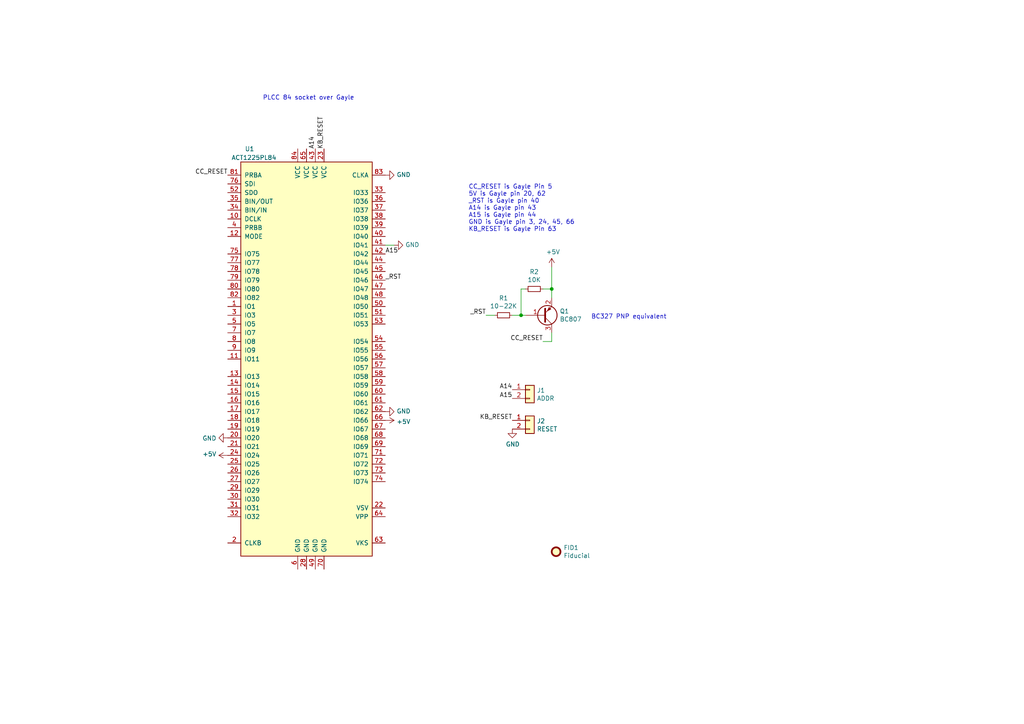
<source format=kicad_sch>
(kicad_sch (version 20211123) (generator eeschema)
  (paper "A4")
  (title_block (title "A1200PcmciaResetFix") (company "FLACO 2020, licence of this schematic is CC-BY-NC-SA"))
  (lib_symbols
    (symbol "Connector_Generic:Conn_01x02" (pin_names (offset 1.016) hide)
      (property "Reference" "J" (at 0 2.54 0))
      (property "Value" "Conn_01x02" (at 0 -5.08 0))
      (symbol "Conn_01x02_1_1"
        (rectangle (start -1.27 -2.413) (end 0 -2.667) (stroke (width 0.1524)))
        (rectangle (start -1.27 0.127) (end 0 -0.127) (stroke (width 0.1524)))
        (rectangle (start -1.27 1.27) (end 1.27 -3.81) (stroke (width 0.254)) (fill (type background)))
        (pin passive line (at -5.08 0 0) (length 3.81) (name "Pin_1") (number "1"))
        (pin passive line (at -5.08 -2.54 0) (length 3.81) (name "Pin_2") (number "2"))
      )
    )
    (symbol "Device:R_Small" (pin_numbers hide) (pin_names (offset 0.254) hide)
      (property "Reference" "R" (at 0.762 0.508 0))
      (property "Value" "R_Small" (at 0.762 -1.016 0))
      (symbol "R_Small_0_1"
        (rectangle (start -0.762 1.778) (end 0.762 -1.778) (stroke (width 0.2032)))
      )
      (symbol "R_Small_1_1"
        (pin passive line (at 0 2.54 270) (length 0.762) (name "~") (number "1"))
        (pin passive line (at 0 -2.54 90) (length 0.762) (name "~") (number "2"))
      )
    )
    (symbol "FPGA_Microsemi:ACT1225PL84" (pin_names (offset 1.016))
      (property "Reference" "U" (at 10.16 63.5 0))
      (property "Value" "ACT1225PL84" (at 10.16 60.96 0))
      (symbol "ACT1225PL84_0_1"
        (rectangle (start -19.05 -57.15) (end 19.05 57.15) (stroke (width 0.254)) (fill (type background)))
      )
      (symbol "ACT1225PL84_1_1"
        (pin input line (at -22.86 15.24 0) (length 3.81) (name "IO1") (number "1"))
        (pin input line (at -22.86 40.64 0) (length 3.81) (name "DCLK") (number "10"))
        (pin input line (at -22.86 0 0) (length 3.81) (name "IO11") (number "11"))
        (pin input line (at -22.86 35.56 0) (length 3.81) (name "MODE") (number "12"))
        (pin input line (at -22.86 -5.08 0) (length 3.81) (name "IO13") (number "13"))
        (pin input line (at -22.86 -7.62 0) (length 3.81) (name "IO14") (number "14"))
        (pin input line (at -22.86 -10.16 0) (length 3.81) (name "IO15") (number "15"))
        (pin input line (at -22.86 -12.7 0) (length 3.81) (name "IO16") (number "16"))
        (pin input line (at -22.86 -15.24 0) (length 3.81) (name "IO17") (number "17"))
        (pin input line (at -22.86 -17.78 0) (length 3.81) (name "IO18") (number "18"))
        (pin input line (at -22.86 -20.32 0) (length 3.81) (name "IO19") (number "19"))
        (pin input line (at -22.86 -53.34 0) (length 3.81) (name "CLKB") (number "2"))
        (pin input line (at -22.86 -22.86 0) (length 3.81) (name "IO20") (number "20"))
        (pin input line (at -22.86 -25.4 0) (length 3.81) (name "IO21") (number "21"))
        (pin passive line (at 22.86 -43.18 180) (length 3.81) (name "VSV") (number "22"))
        (pin power_in line (at 5.08 60.96 270) (length 3.81) (name "VCC") (number "23"))
        (pin input line (at -22.86 -27.94 0) (length 3.81) (name "IO24") (number "24"))
        (pin input line (at -22.86 -30.48 0) (length 3.81) (name "IO25") (number "25"))
        (pin input line (at -22.86 -33.02 0) (length 3.81) (name "IO26") (number "26"))
        (pin input line (at -22.86 -35.56 0) (length 3.81) (name "IO27") (number "27"))
        (pin power_in line (at 0 -60.96 90) (length 3.81) (name "GND") (number "28"))
        (pin input line (at -22.86 -38.1 0) (length 3.81) (name "IO29") (number "29"))
        (pin input line (at -22.86 12.7 0) (length 3.81) (name "IO3") (number "3"))
        (pin input line (at -22.86 -40.64 0) (length 3.81) (name "IO30") (number "30"))
        (pin input line (at -22.86 -43.18 0) (length 3.81) (name "IO31") (number "31"))
        (pin input line (at -22.86 -45.72 0) (length 3.81) (name "IO32") (number "32"))
        (pin input line (at 22.86 48.26 180) (length 3.81) (name "IO33") (number "33"))
        (pin input line (at -22.86 43.18 0) (length 3.81) (name "BIN/IN") (number "34"))
        (pin input line (at -22.86 45.72 0) (length 3.81) (name "BIN/OUT") (number "35"))
        (pin input line (at 22.86 45.72 180) (length 3.81) (name "IO36") (number "36"))
        (pin input line (at 22.86 43.18 180) (length 3.81) (name "IO37") (number "37"))
        (pin input line (at 22.86 40.64 180) (length 3.81) (name "IO38") (number "38"))
        (pin input line (at 22.86 38.1 180) (length 3.81) (name "IO39") (number "39"))
        (pin input line (at -22.86 38.1 0) (length 3.81) (name "PRBB") (number "4"))
        (pin input line (at 22.86 35.56 180) (length 3.81) (name "IO40") (number "40"))
        (pin input line (at 22.86 33.02 180) (length 3.81) (name "IO41") (number "41"))
        (pin input line (at 22.86 30.48 180) (length 3.81) (name "IO42") (number "42"))
        (pin power_in line (at 2.54 60.96 270) (length 3.81) (name "VCC") (number "43"))
        (pin input line (at 22.86 27.94 180) (length 3.81) (name "IO44") (number "44"))
        (pin input line (at 22.86 25.4 180) (length 3.81) (name "IO45") (number "45"))
        (pin input line (at 22.86 22.86 180) (length 3.81) (name "IO46") (number "46"))
        (pin input line (at 22.86 20.32 180) (length 3.81) (name "IO47") (number "47"))
        (pin input line (at 22.86 17.78 180) (length 3.81) (name "IO48") (number "48"))
        (pin power_in line (at 2.54 -60.96 90) (length 3.81) (name "GND") (number "49"))
        (pin input line (at -22.86 10.16 0) (length 3.81) (name "IO5") (number "5"))
        (pin input line (at 22.86 15.24 180) (length 3.81) (name "IO50") (number "50"))
        (pin input line (at 22.86 12.7 180) (length 3.81) (name "IO51") (number "51"))
        (pin input line (at -22.86 48.26 0) (length 3.81) (name "SDO") (number "52"))
        (pin input line (at 22.86 10.16 180) (length 3.81) (name "IO53") (number "53"))
        (pin input line (at 22.86 5.08 180) (length 3.81) (name "IO54") (number "54"))
        (pin input line (at 22.86 2.54 180) (length 3.81) (name "IO55") (number "55"))
        (pin input line (at 22.86 0 180) (length 3.81) (name "IO56") (number "56"))
        (pin input line (at 22.86 -2.54 180) (length 3.81) (name "IO57") (number "57"))
        (pin input line (at 22.86 -5.08 180) (length 3.81) (name "IO58") (number "58"))
        (pin input line (at 22.86 -7.62 180) (length 3.81) (name "IO59") (number "59"))
        (pin power_in line (at -2.54 -60.96 90) (length 3.81) (name "GND") (number "6"))
        (pin input line (at 22.86 -10.16 180) (length 3.81) (name "IO60") (number "60"))
        (pin input line (at 22.86 -12.7 180) (length 3.81) (name "IO61") (number "61"))
        (pin input line (at 22.86 -15.24 180) (length 3.81) (name "IO62") (number "62"))
        (pin passive line (at 22.86 -53.34 180) (length 3.81) (name "VKS") (number "63"))
        (pin passive line (at 22.86 -45.72 180) (length 3.81) (name "VPP") (number "64"))
        (pin power_in line (at 0 60.96 270) (length 3.81) (name "VCC") (number "65"))
        (pin input line (at 22.86 -17.78 180) (length 3.81) (name "IO66") (number "66"))
        (pin input line (at 22.86 -20.32 180) (length 3.81) (name "IO67") (number "67"))
        (pin input line (at 22.86 -22.86 180) (length 3.81) (name "IO68") (number "68"))
        (pin input line (at 22.86 -25.4 180) (length 3.81) (name "IO69") (number "69"))
        (pin input line (at -22.86 7.62 0) (length 3.81) (name "IO7") (number "7"))
        (pin power_in line (at 5.08 -60.96 90) (length 3.81) (name "GND") (number "70"))
        (pin input line (at 22.86 -27.94 180) (length 3.81) (name "IO71") (number "71"))
        (pin input line (at 22.86 -30.48 180) (length 3.81) (name "IO72") (number "72"))
        (pin input line (at 22.86 -33.02 180) (length 3.81) (name "IO73") (number "73"))
        (pin input line (at 22.86 -35.56 180) (length 3.81) (name "IO74") (number "74"))
        (pin input line (at -22.86 30.48 0) (length 3.81) (name "IO75") (number "75"))
        (pin input line (at -22.86 50.8 0) (length 3.81) (name "SDI") (number "76"))
        (pin input line (at -22.86 27.94 0) (length 3.81) (name "IO77") (number "77"))
        (pin input line (at -22.86 25.4 0) (length 3.81) (name "IO78") (number "78"))
        (pin input line (at -22.86 22.86 0) (length 3.81) (name "IO79") (number "79"))
        (pin input line (at -22.86 5.08 0) (length 3.81) (name "IO8") (number "8"))
        (pin input line (at -22.86 20.32 0) (length 3.81) (name "IO80") (number "80"))
        (pin input line (at -22.86 53.34 0) (length 3.81) (name "PRBA") (number "81"))
        (pin input line (at -22.86 17.78 0) (length 3.81) (name "IO82") (number "82"))
        (pin input line (at 22.86 53.34 180) (length 3.81) (name "CLKA") (number "83"))
        (pin power_in line (at -2.54 60.96 270) (length 3.81) (name "VCC") (number "84"))
        (pin input line (at -22.86 2.54 0) (length 3.81) (name "IO9") (number "9"))
      )
    )
    (symbol "Mechanical:Fiducial"
      (property "Reference" "FID" (at 0 5.08 0))
      (property "Value" "Fiducial" (at 0 3.175 0))
      (symbol "Fiducial_0_1"
        (circle (center 0 0) (radius 1.27) (stroke (width 0.508)) (fill (type background)))
      )
    )
    (symbol "Transistor_BJT:BC807" (pin_names (offset 0) hide)
      (property "Reference" "Q" (at 5.08 1.905 0))
      (property "Value" "BC807" (at 5.08 0 0))
      (symbol "BC807_0_1"
        (polyline (pts (xy 0.635 0.635) (xy 2.54 2.54)))
        (polyline (pts (xy 0.635 -0.635) (xy 2.54 -2.54) (xy 2.54 -2.54)))
        (polyline (pts (xy 0.635 1.905) (xy 0.635 -1.905) (xy 0.635 -1.905)) (stroke (width 0.508)))
        (polyline (pts (xy 2.286 -1.778) (xy 1.778 -2.286) (xy 1.27 -1.27) (xy 2.286 -1.778) (xy 2.286 -1.778)) (fill (type outline)))
        (circle (center 1.27 0) (radius 2.8194) (stroke (width 0.254)))
      )
      (symbol "BC807_1_1"
        (pin input line (at -5.08 0 0) (length 5.715) (name "B") (number "1"))
        (pin passive line (at 2.54 -5.08 90) (length 2.54) (name "E") (number "2"))
        (pin passive line (at 2.54 5.08 270) (length 2.54) (name "C") (number "3"))
      )
    )
    (symbol "power:+5V" (power) (pin_names (offset 0))
      (property "Value" "+5V" (at 0 3.556 0))
      (symbol "+5V_0_1"
        (polyline (pts (xy -0.762 1.27) (xy 0 2.54)))
        (polyline (pts (xy 0 0) (xy 0 2.54)))
        (polyline (pts (xy 0 2.54) (xy 0.762 1.27)))
      )
      (symbol "+5V_1_1"
        (pin power_in line (at 0 0 90) (length 0) hide (name "+5V") (number "1"))
      )
    )
    (symbol "power:GND" (power) (pin_names (offset 0))
      (property "Value" "GND" (at 0 -3.81 0))
      (symbol "GND_0_1"
        (polyline (pts (xy 0 0) (xy 0 -1.27) (xy 1.27 -1.27) (xy 0 -2.54) (xy -1.27 -1.27) (xy 0 -1.27)))
      )
      (symbol "GND_1_1"
        (pin power_in line (at 0 0 270) (length 0) hide (name "GND") (number "1"))
      )
    )
  )
  (junction (at 151.13 91.44))
  (junction (at 160.02 83.82))
  (wire (pts (xy 160.02 99.06) (xy 157.48 99.06)))
  (wire (pts (xy 151.13 83.82) (xy 151.13 91.44)))
  (wire (pts (xy 152.4 83.82) (xy 151.13 83.82)))
  (wire (pts (xy 160.02 83.82) (xy 160.02 77.47)))
  (wire (pts (xy 160.02 83.82) (xy 157.48 83.82)))
  (wire (pts (xy 160.02 83.82) (xy 160.02 86.36)))
  (wire (pts (xy 151.13 91.44) (xy 152.4 91.44)))
  (wire (pts (xy 143.51 91.44) (xy 140.97 91.44)))
  (wire (pts (xy 111.76 71.12) (xy 114.3 71.12)))
  (wire (pts (xy 148.59 91.44) (xy 151.13 91.44)))
  (wire (pts (xy 160.02 96.52) (xy 160.02 99.06)))
  (text "CC_RESET is Gayle Pin 5\n5V is Gayle pin 20, 62\n_RST is Gayle pin 40\nA14 is Gayle pin 43\nA15 is Gayle pin 44\nGND is Gayle pin 3, 24, 45, 66\nKB_RESET is Gayle Pin 63" (at 135.89 67.31 0) (effects (font (size 1.27 1.27)) (justify left bottom)))
  (text "BC327 PNP equivalent" (at 171.45 92.71 0) (effects (font (size 1.27 1.27)) (justify left bottom)))
  (text "PLCC 84 socket over Gayle" (at 76.2 29.21 0) (effects (font (size 1.27 1.27)) (justify left bottom)))
  (label "A14" (at 91.44 43.18 90))
  (label "A14" (at 148.59 113.03 180))
  (label "CC_RESET" (at 157.48 99.06 180))
  (label "CC_RESET" (at 66.04 50.8 180))
  (label "_RST" (at 111.76 81.28 0))
  (label "_RST" (at 140.97 91.44 180))
  (label "KB_RESET" (at 148.59 121.92 180))
  (label "A15" (at 111.76 73.66 0))
  (label "KB_RESET" (at 93.98 43.18 90))
  (label "A15" (at 148.59 115.57 180))
  (symbol (lib_id "FPGA_Microsemi:ACT1225PL84") (at 88.9 104.14 0) (unit 1)
    (property "Reference" "U1" (at 72.39 43.18 0))
    (property "Value" "ACT1225PL84" (at 73.66 45.72 0))
    (property "Footprint" "Package_LCC:PLCC-84_THT-Socket" (effects hide))
    (property "Datasheet" "https://www.microsemi.com/document-portal/doc_download/130666-act-1-series-fpgas-datasheet" (effects hide))
  )
  (symbol (lib_id "power:GND") (at 66.04 127 270) (unit 1)
    (property "Reference" "#PWR0101" (effects hide))
    (property "Value" "GND" (at 62.7888 127.127 90) (effects (justify right)))
  )
  (symbol (lib_id "power:+5V") (at 111.76 121.92 270) (unit 1)
    (property "Reference" "#PWR0102" (effects hide))
    (property "Value" "+5V" (at 115.0112 122.301 90) (effects (justify left)))
  )
  (symbol (lib_id "Device:R_Small") (at 146.05 91.44 270) (unit 1)
    (property "Reference" "R1" (at 146.05 86.4616 90))
    (property "Value" "10-22K" (at 146.05 88.773 90))
    (property "Footprint" "Resistor_SMD:R_0805_2012Metric" (effects hide))
  )
  (symbol (lib_id "Device:R_Small") (at 154.94 83.82 270) (unit 1)
    (property "Reference" "R2" (at 154.94 78.8416 90))
    (property "Value" "10K" (at 154.94 81.153 90))
    (property "Footprint" "Resistor_SMD:R_0805_2012Metric" (effects hide))
  )
  (symbol (lib_id "power:+5V") (at 160.02 77.47 0) (unit 1)
    (property "Reference" "#PWR0103" (effects hide))
    (property "Value" "+5V" (at 160.401 73.0758 0))
  )
  (symbol (lib_id "Transistor_BJT:BC807") (at 157.48 91.44 0) (mirror x) (unit 1)
    (property "Reference" "Q1" (at 162.3314 90.2716 0) (effects (justify left)))
    (property "Value" "BC807" (at 162.3314 92.583 0) (effects (justify left)))
    (property "Footprint" "Package_TO_SOT_SMD:SOT-23" (effects hide))
    (property "Datasheet" "http://www.fairchildsemi.com/ds/BC/BC807.pdf" (effects hide))
  )
  (symbol (lib_id "power:GND") (at 148.59 124.46 0) (unit 1)
    (property "Reference" "#PWR0104" (effects hide))
    (property "Value" "GND" (at 148.717 128.8542 0))
  )
  (symbol (lib_id "Connector_Generic:Conn_01x02") (at 153.67 113.03 0) (unit 1)
    (property "Reference" "J1" (at 155.702 113.2332 0) (effects (justify left)))
    (property "Value" "ADDR" (at 155.702 115.5446 0) (effects (justify left)))
    (property "Footprint" "Connector_PinHeader_2.54mm:PinHeader_1x02_P2.54mm_Vertical" (effects hide))
  )
  (symbol (lib_id "Connector_Generic:Conn_01x02") (at 153.67 121.92 0) (unit 1)
    (property "Reference" "J2" (at 155.702 122.1232 0) (effects (justify left)))
    (property "Value" "RESET" (at 155.702 124.4346 0) (effects (justify left)))
    (property "Footprint" "Connector_PinHeader_2.54mm:PinHeader_1x02_P2.54mm_Vertical" (effects hide))
  )
  (symbol (lib_id "power:GND") (at 111.76 50.8 90) (unit 1)
    (property "Reference" "#PWR0105" (effects hide))
    (property "Value" "GND" (at 115.0112 50.673 90) (effects (justify right)))
  )
  (symbol (lib_id "power:GND") (at 111.76 119.38 90) (unit 1)
    (property "Reference" "#PWR0106" (effects hide))
    (property "Value" "GND" (at 115.0112 119.253 90) (effects (justify right)))
  )
  (symbol (lib_id "power:GND") (at 114.3 71.12 90) (unit 1)
    (property "Reference" "#PWR0107" (effects hide))
    (property "Value" "GND" (at 117.5512 70.993 90) (effects (justify right)))
  )
  (symbol (lib_id "power:+5V") (at 66.04 132.08 90) (unit 1)
    (property "Reference" "#PWR0108" (effects hide))
    (property "Value" "+5V" (at 62.7888 131.699 90) (effects (justify left)))
  )
  (symbol (lib_id "Mechanical:Fiducial") (at 161.29 160.02 0) (unit 1)
    (property "Reference" "FID1" (at 163.449 158.8516 0) (effects (justify left)))
    (property "Value" "Fiducial" (at 163.449 161.163 0) (effects (justify left)))
    (property "Footprint" "Sassa:CC_BY_NC_SA_square_silkscreen" (effects hide))
  )
)
</source>
